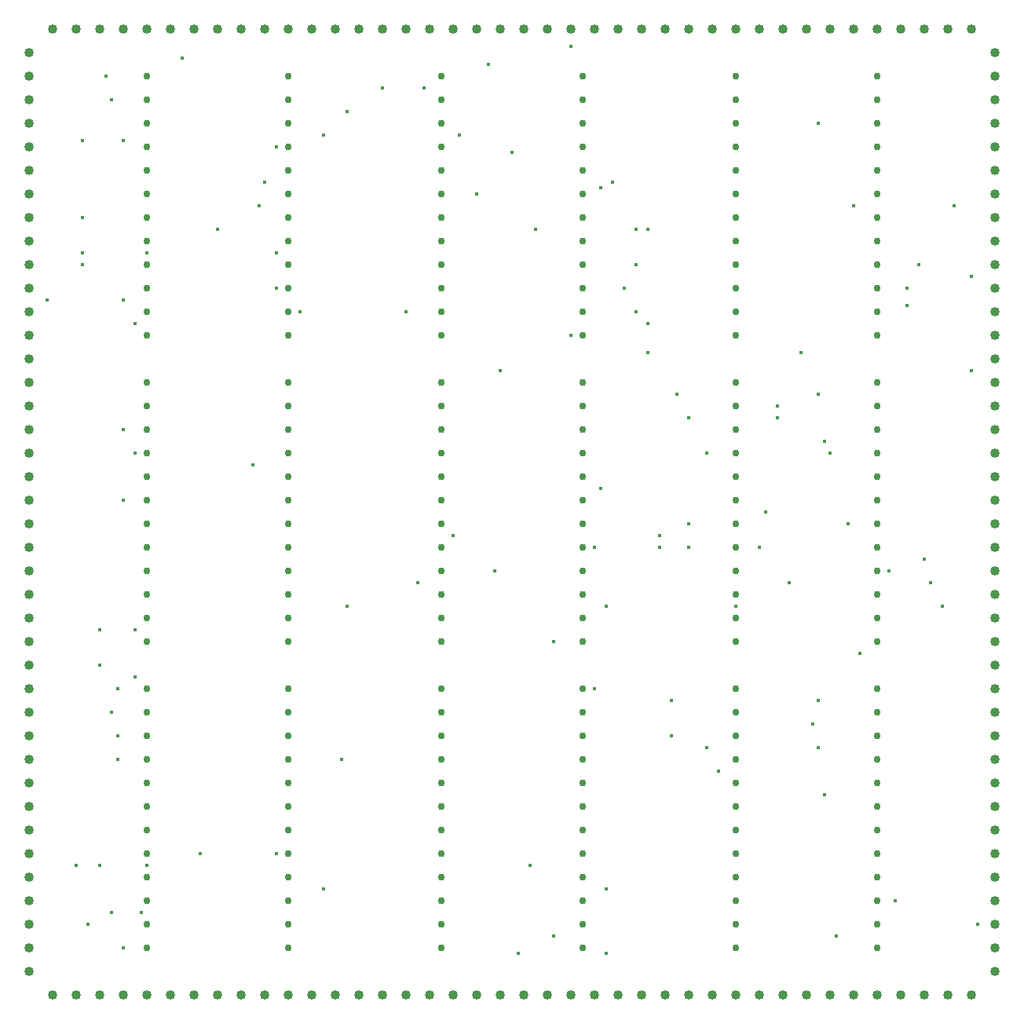
<source format=gbr>
G04 PROTEUS GERBER X2 FILE*
%TF.GenerationSoftware,Labcenter,Proteus,8.13-SP0-Build31525*%
%TF.CreationDate,2022-07-18T16:04:25+00:00*%
%TF.FileFunction,Plated,1,2,PTH*%
%TF.FilePolarity,Positive*%
%TF.Part,Single*%
%TF.SameCoordinates,{a14ccd22-1d2d-4c41-ae0f-5237a1d864ee}*%
%FSLAX45Y45*%
%MOMM*%
G01*
%TA.AperFunction,ViaDrill*%
%ADD27C,0.381000*%
%TA.AperFunction,ComponentDrill*%
%ADD28C,1.016000*%
%TA.AperFunction,ComponentDrill*%
%ADD29C,0.762000*%
%TD.AperFunction*%
D27*
X-3175000Y+2794000D03*
X+2667000Y-635000D03*
X+3619500Y-381000D03*
X+3365500Y-3302000D03*
X+3683000Y+3048000D03*
X-381000Y+3175000D03*
X+0Y+3619500D03*
X-1841500Y-2921000D03*
X+3302000Y-2794000D03*
X+3429000Y+381000D03*
X-2730500Y+3048000D03*
X+2730500Y-254000D03*
X+1905000Y-381000D03*
X+1905000Y-635000D03*
X+190500Y-4064000D03*
X+952500Y+0D03*
X+952500Y+3238500D03*
X-2667000Y+3302000D03*
X-2540000Y+3683000D03*
X+2222500Y-3048000D03*
X-2032000Y+3810000D03*
X+2095500Y+381000D03*
X+2095500Y-2794000D03*
X+1714500Y-2667000D03*
X-1778000Y+4064000D03*
X+1905000Y+762000D03*
X+1714500Y-2286000D03*
X+2857500Y+889000D03*
X-1397000Y+4318000D03*
X+1778000Y+1016000D03*
X+3302000Y+3937000D03*
X+3238500Y-2540000D03*
X-952500Y+4318000D03*
X+3302000Y+1016000D03*
X-571500Y+3810000D03*
X+889000Y-2159000D03*
X+3302000Y-2286000D03*
X+3365500Y+508000D03*
X+4254500Y+2159000D03*
X+1016000Y-5016500D03*
X+1206500Y+2159000D03*
X+1333500Y+1905000D03*
X+1460500Y+1460500D03*
X-2540000Y+2540000D03*
X-3937000Y+2540000D03*
X-635000Y-508000D03*
X+1587500Y-508000D03*
X-1016000Y-1016000D03*
X+2984500Y-1016000D03*
X-2540000Y+2159000D03*
X-3556000Y+4635500D03*
X+635000Y+4762500D03*
X+254000Y+2794000D03*
X+1333500Y+2794000D03*
X+1460500Y+2794000D03*
X-254000Y+4572000D03*
X+1587500Y-635000D03*
X+889000Y-635000D03*
X+1079500Y+3302000D03*
X+1016000Y-1270000D03*
X-1778000Y-1270000D03*
X-4191000Y-4953000D03*
X+1333500Y+2413000D03*
X+63500Y-5016500D03*
X-3937000Y-4064000D03*
X-4445000Y-4064000D03*
X-4318000Y-4572000D03*
X-4000500Y-4572000D03*
X-4254500Y-2921000D03*
X+444500Y-4826000D03*
X+3492500Y-4826000D03*
X+3746500Y-1778000D03*
X+1460500Y+1778000D03*
X+635000Y+1651000D03*
X+444500Y-1651000D03*
X-4254500Y-2159000D03*
X-4318000Y-2413000D03*
X-4254500Y-2667000D03*
X-1143000Y+1905000D03*
X-2286000Y+1905000D03*
X-4191000Y+2032000D03*
X-4191000Y+635000D03*
X-4064000Y+1778000D03*
X-4064000Y+381000D03*
X+5016500Y-4699000D03*
X-2794000Y+254000D03*
X-4191000Y-127000D03*
X-4445000Y-1524000D03*
X-4064000Y-1524000D03*
X-190500Y-889000D03*
X-4445000Y-1905000D03*
X+2857500Y+762000D03*
X+3111500Y+1460500D03*
X+4254500Y+1968500D03*
X+4953000Y+2286000D03*
X+4953000Y+1270000D03*
X+4064000Y-889000D03*
X-4635500Y+2413000D03*
X-4635500Y+2540000D03*
X-3365500Y-3937000D03*
X-2540000Y-3937000D03*
X+4445000Y-762000D03*
X+4508500Y-1016000D03*
X+4635500Y-1270000D03*
X+2413000Y-1270000D03*
X+4762500Y+3048000D03*
X+4381500Y+2413000D03*
X-4381500Y+4445000D03*
X-4318000Y+4191000D03*
X-4191000Y+3746500D03*
X-4635500Y+3746500D03*
X-5016500Y+2032000D03*
X-4572000Y-4699000D03*
X-4699000Y-4064000D03*
X-4635500Y+2921000D03*
X-4064000Y-2032000D03*
X-2032000Y-4318000D03*
X-127000Y+1270000D03*
X+4127500Y-4445000D03*
X+1016000Y-4318000D03*
D28*
X-2921000Y+4953000D03*
X-2667000Y+4953000D03*
X-2413000Y+4953000D03*
X-2159000Y+4953000D03*
X-1905000Y+4953000D03*
X-1651000Y+4953000D03*
X-1397000Y+4953000D03*
X-1143000Y+4953000D03*
X-889000Y+4953000D03*
X-635000Y+4953000D03*
X-381000Y+4953000D03*
X-127000Y+4953000D03*
X+127000Y+4953000D03*
X+381000Y+4953000D03*
X+635000Y+4953000D03*
X+889000Y+4953000D03*
X+1143000Y+4953000D03*
X+1397000Y+4953000D03*
X+1651000Y+4953000D03*
X+1905000Y+4953000D03*
X+2159000Y+4953000D03*
X+2413000Y+4953000D03*
X+2667000Y+4953000D03*
X+2921000Y+4953000D03*
X+3175000Y+4953000D03*
X+3429000Y+4953000D03*
X+3683000Y+4953000D03*
X+3937000Y+4953000D03*
X+4191000Y+4953000D03*
X+4445000Y+4953000D03*
X+4699000Y+4953000D03*
X+4953000Y+4953000D03*
X-4953000Y+4953000D03*
X-4699000Y+4953000D03*
X-4445000Y+4953000D03*
X-4191000Y+4953000D03*
X-3937000Y+4953000D03*
X-3683000Y+4953000D03*
X-3429000Y+4953000D03*
X-3175000Y+4953000D03*
X-4953000Y-5461000D03*
X-4699000Y-5461000D03*
X-4445000Y-5461000D03*
X-4191000Y-5461000D03*
X-3937000Y-5461000D03*
X-3683000Y-5461000D03*
X-3429000Y-5461000D03*
X-3175000Y-5461000D03*
X-2921000Y-5461000D03*
X-2667000Y-5461000D03*
X-2413000Y-5461000D03*
X-2159000Y-5461000D03*
X-1905000Y-5461000D03*
X-1651000Y-5461000D03*
X-1397000Y-5461000D03*
X-1143000Y-5461000D03*
X-889000Y-5461000D03*
X-635000Y-5461000D03*
X-381000Y-5461000D03*
X-127000Y-5461000D03*
X+127000Y-5461000D03*
X+381000Y-5461000D03*
X+635000Y-5461000D03*
X+889000Y-5461000D03*
X+1143000Y-5461000D03*
X+1397000Y-5461000D03*
X+1651000Y-5461000D03*
X+1905000Y-5461000D03*
X+2159000Y-5461000D03*
X+2413000Y-5461000D03*
X+2667000Y-5461000D03*
X+2921000Y-5461000D03*
X+3175000Y-5461000D03*
X+3429000Y-5461000D03*
X+3683000Y-5461000D03*
X+3937000Y-5461000D03*
X+4191000Y-5461000D03*
X+4445000Y-5461000D03*
X+4699000Y-5461000D03*
X+4953000Y-5461000D03*
X-5207000Y+4699000D03*
X-5207000Y+4445000D03*
X-5207000Y+4191000D03*
X-5207000Y+3937000D03*
X-5207000Y+3683000D03*
X-5207000Y+3429000D03*
X-5207000Y+3175000D03*
X-5207000Y+2921000D03*
X-5207000Y+2667000D03*
X-5207000Y+2413000D03*
X-5207000Y+2159000D03*
X-5207000Y+1905000D03*
X-5207000Y+1651000D03*
X-5207000Y+1397000D03*
X-5207000Y+1143000D03*
X-5207000Y+889000D03*
X-5207000Y+635000D03*
X-5207000Y+381000D03*
X-5207000Y+127000D03*
X-5207000Y-127000D03*
X-5207000Y-381000D03*
X-5207000Y-635000D03*
X-5207000Y-889000D03*
X-5207000Y-1143000D03*
X-5207000Y-1397000D03*
X-5207000Y-1651000D03*
X-5207000Y-1905000D03*
X-5207000Y-2159000D03*
X-5207000Y-2413000D03*
X-5207000Y-2667000D03*
X-5207000Y-2921000D03*
X-5207000Y-3175000D03*
X-5207000Y-3429000D03*
X-5207000Y-3683000D03*
X-5207000Y-3937000D03*
X-5207000Y-4191000D03*
X-5207000Y-4445000D03*
X-5207000Y-4699000D03*
X-5207000Y-4953000D03*
X-5207000Y-5207000D03*
X+5207000Y+4699000D03*
X+5207000Y+4445000D03*
X+5207000Y+4191000D03*
X+5207000Y+3937000D03*
X+5207000Y+3683000D03*
X+5207000Y+3429000D03*
X+5207000Y+3175000D03*
X+5207000Y+2921000D03*
X+5207000Y+2667000D03*
X+5207000Y+2413000D03*
X+5207000Y+2159000D03*
X+5207000Y+1905000D03*
X+5207000Y+1651000D03*
X+5207000Y+1397000D03*
X+5207000Y+1143000D03*
X+5207000Y+889000D03*
X+5207000Y+635000D03*
X+5207000Y+381000D03*
X+5207000Y+127000D03*
X+5207000Y-127000D03*
X+5207000Y-381000D03*
X+5207000Y-635000D03*
X+5207000Y-889000D03*
X+5207000Y-1143000D03*
X+5207000Y-1397000D03*
X+5207000Y-1651000D03*
X+5207000Y-1905000D03*
X+5207000Y-2159000D03*
X+5207000Y-2413000D03*
X+5207000Y-2667000D03*
X+5207000Y-2921000D03*
X+5207000Y-3175000D03*
X+5207000Y-3429000D03*
X+5207000Y-3683000D03*
X+5207000Y-3937000D03*
X+5207000Y-4191000D03*
X+5207000Y-4445000D03*
X+5207000Y-4699000D03*
X+5207000Y-4953000D03*
X+5207000Y-5207000D03*
D29*
X-3937000Y+4445000D03*
X-3937000Y+4191000D03*
X-3937000Y+3937000D03*
X-3937000Y+3683000D03*
X-3937000Y+3429000D03*
X-3937000Y+3175000D03*
X-3937000Y+2921000D03*
X-3937000Y+2667000D03*
X-3937000Y+2413000D03*
X-3937000Y+2159000D03*
X-3937000Y+1905000D03*
X-3937000Y+1651000D03*
X-2413000Y+1651000D03*
X-2413000Y+1905000D03*
X-2413000Y+2159000D03*
X-2413000Y+2413000D03*
X-2413000Y+2667000D03*
X-2413000Y+2921000D03*
X-2413000Y+3175000D03*
X-2413000Y+3429000D03*
X-2413000Y+3683000D03*
X-2413000Y+3937000D03*
X-2413000Y+4191000D03*
X-2413000Y+4445000D03*
X-3937000Y+1143000D03*
X-3937000Y+889000D03*
X-3937000Y+635000D03*
X-3937000Y+381000D03*
X-3937000Y+127000D03*
X-3937000Y-127000D03*
X-3937000Y-381000D03*
X-3937000Y-635000D03*
X-3937000Y-889000D03*
X-3937000Y-1143000D03*
X-3937000Y-1397000D03*
X-3937000Y-1651000D03*
X-2413000Y-1651000D03*
X-2413000Y-1397000D03*
X-2413000Y-1143000D03*
X-2413000Y-889000D03*
X-2413000Y-635000D03*
X-2413000Y-381000D03*
X-2413000Y-127000D03*
X-2413000Y+127000D03*
X-2413000Y+381000D03*
X-2413000Y+635000D03*
X-2413000Y+889000D03*
X-2413000Y+1143000D03*
X-3937000Y-2159000D03*
X-3937000Y-2413000D03*
X-3937000Y-2667000D03*
X-3937000Y-2921000D03*
X-3937000Y-3175000D03*
X-3937000Y-3429000D03*
X-3937000Y-3683000D03*
X-3937000Y-3937000D03*
X-3937000Y-4191000D03*
X-3937000Y-4445000D03*
X-3937000Y-4699000D03*
X-3937000Y-4953000D03*
X-2413000Y-4953000D03*
X-2413000Y-4699000D03*
X-2413000Y-4445000D03*
X-2413000Y-4191000D03*
X-2413000Y-3937000D03*
X-2413000Y-3683000D03*
X-2413000Y-3429000D03*
X-2413000Y-3175000D03*
X-2413000Y-2921000D03*
X-2413000Y-2667000D03*
X-2413000Y-2413000D03*
X-2413000Y-2159000D03*
X-762000Y+4445000D03*
X-762000Y+4191000D03*
X-762000Y+3937000D03*
X-762000Y+3683000D03*
X-762000Y+3429000D03*
X-762000Y+3175000D03*
X-762000Y+2921000D03*
X-762000Y+2667000D03*
X-762000Y+2413000D03*
X-762000Y+2159000D03*
X-762000Y+1905000D03*
X-762000Y+1651000D03*
X+762000Y+1651000D03*
X+762000Y+1905000D03*
X+762000Y+2159000D03*
X+762000Y+2413000D03*
X+762000Y+2667000D03*
X+762000Y+2921000D03*
X+762000Y+3175000D03*
X+762000Y+3429000D03*
X+762000Y+3683000D03*
X+762000Y+3937000D03*
X+762000Y+4191000D03*
X+762000Y+4445000D03*
X-762000Y+1143000D03*
X-762000Y+889000D03*
X-762000Y+635000D03*
X-762000Y+381000D03*
X-762000Y+127000D03*
X-762000Y-127000D03*
X-762000Y-381000D03*
X-762000Y-635000D03*
X-762000Y-889000D03*
X-762000Y-1143000D03*
X-762000Y-1397000D03*
X-762000Y-1651000D03*
X+762000Y-1651000D03*
X+762000Y-1397000D03*
X+762000Y-1143000D03*
X+762000Y-889000D03*
X+762000Y-635000D03*
X+762000Y-381000D03*
X+762000Y-127000D03*
X+762000Y+127000D03*
X+762000Y+381000D03*
X+762000Y+635000D03*
X+762000Y+889000D03*
X+762000Y+1143000D03*
X-762000Y-2159000D03*
X-762000Y-2413000D03*
X-762000Y-2667000D03*
X-762000Y-2921000D03*
X-762000Y-3175000D03*
X-762000Y-3429000D03*
X-762000Y-3683000D03*
X-762000Y-3937000D03*
X-762000Y-4191000D03*
X-762000Y-4445000D03*
X-762000Y-4699000D03*
X-762000Y-4953000D03*
X+762000Y-4953000D03*
X+762000Y-4699000D03*
X+762000Y-4445000D03*
X+762000Y-4191000D03*
X+762000Y-3937000D03*
X+762000Y-3683000D03*
X+762000Y-3429000D03*
X+762000Y-3175000D03*
X+762000Y-2921000D03*
X+762000Y-2667000D03*
X+762000Y-2413000D03*
X+762000Y-2159000D03*
X+2413000Y+4445000D03*
X+2413000Y+4191000D03*
X+2413000Y+3937000D03*
X+2413000Y+3683000D03*
X+2413000Y+3429000D03*
X+2413000Y+3175000D03*
X+2413000Y+2921000D03*
X+2413000Y+2667000D03*
X+2413000Y+2413000D03*
X+2413000Y+2159000D03*
X+2413000Y+1905000D03*
X+2413000Y+1651000D03*
X+3937000Y+1651000D03*
X+3937000Y+1905000D03*
X+3937000Y+2159000D03*
X+3937000Y+2413000D03*
X+3937000Y+2667000D03*
X+3937000Y+2921000D03*
X+3937000Y+3175000D03*
X+3937000Y+3429000D03*
X+3937000Y+3683000D03*
X+3937000Y+3937000D03*
X+3937000Y+4191000D03*
X+3937000Y+4445000D03*
X+2413000Y+1143000D03*
X+2413000Y+889000D03*
X+2413000Y+635000D03*
X+2413000Y+381000D03*
X+2413000Y+127000D03*
X+2413000Y-127000D03*
X+2413000Y-381000D03*
X+2413000Y-635000D03*
X+2413000Y-889000D03*
X+2413000Y-1143000D03*
X+2413000Y-1397000D03*
X+2413000Y-1651000D03*
X+3937000Y-1651000D03*
X+3937000Y-1397000D03*
X+3937000Y-1143000D03*
X+3937000Y-889000D03*
X+3937000Y-635000D03*
X+3937000Y-381000D03*
X+3937000Y-127000D03*
X+3937000Y+127000D03*
X+3937000Y+381000D03*
X+3937000Y+635000D03*
X+3937000Y+889000D03*
X+3937000Y+1143000D03*
X+2413000Y-2159000D03*
X+2413000Y-2413000D03*
X+2413000Y-2667000D03*
X+2413000Y-2921000D03*
X+2413000Y-3175000D03*
X+2413000Y-3429000D03*
X+2413000Y-3683000D03*
X+2413000Y-3937000D03*
X+2413000Y-4191000D03*
X+2413000Y-4445000D03*
X+2413000Y-4699000D03*
X+2413000Y-4953000D03*
X+3937000Y-4953000D03*
X+3937000Y-4699000D03*
X+3937000Y-4445000D03*
X+3937000Y-4191000D03*
X+3937000Y-3937000D03*
X+3937000Y-3683000D03*
X+3937000Y-3429000D03*
X+3937000Y-3175000D03*
X+3937000Y-2921000D03*
X+3937000Y-2667000D03*
X+3937000Y-2413000D03*
X+3937000Y-2159000D03*
M02*

</source>
